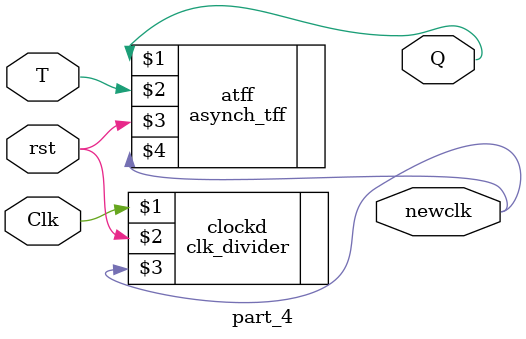
<source format=v>
`timescale 1ns / 1ps


module part_4(T, Clk, rst, Q, newclk);

input T, Clk, rst;
output Q;
output wire newclk;

clk_divider clockd(Clk, rst, newclk);
asynch_tff atff(Q, T, rst, newclk);


endmodule

</source>
